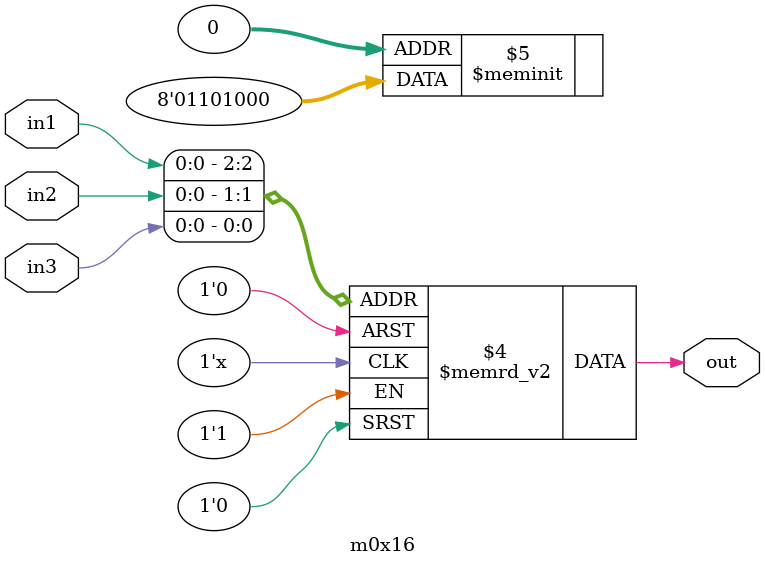
<source format=v>
module m0x16(output out, input in1, in2, in3);

   always @(in1, in2, in3)
     begin
        case({in1, in2, in3})
          3'b000: {out} = 1'b0;
          3'b001: {out} = 1'b0;
          3'b010: {out} = 1'b0;
          3'b011: {out} = 1'b1;
          3'b100: {out} = 1'b0;
          3'b101: {out} = 1'b1;
          3'b110: {out} = 1'b1;
          3'b111: {out} = 1'b0;
        endcase // case ({in1, in2, in3})
     end // always @ (in1, in2, in3)

endmodule // m0x16
</source>
